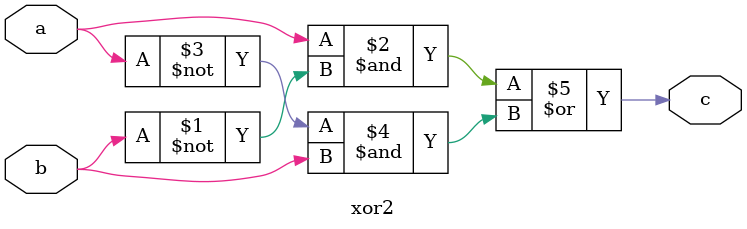
<source format=v>
module xor2(c, a, b);
input a,b;
output c;
assign c=(a&~(b))|((~a)&b);
endmodule
</source>
